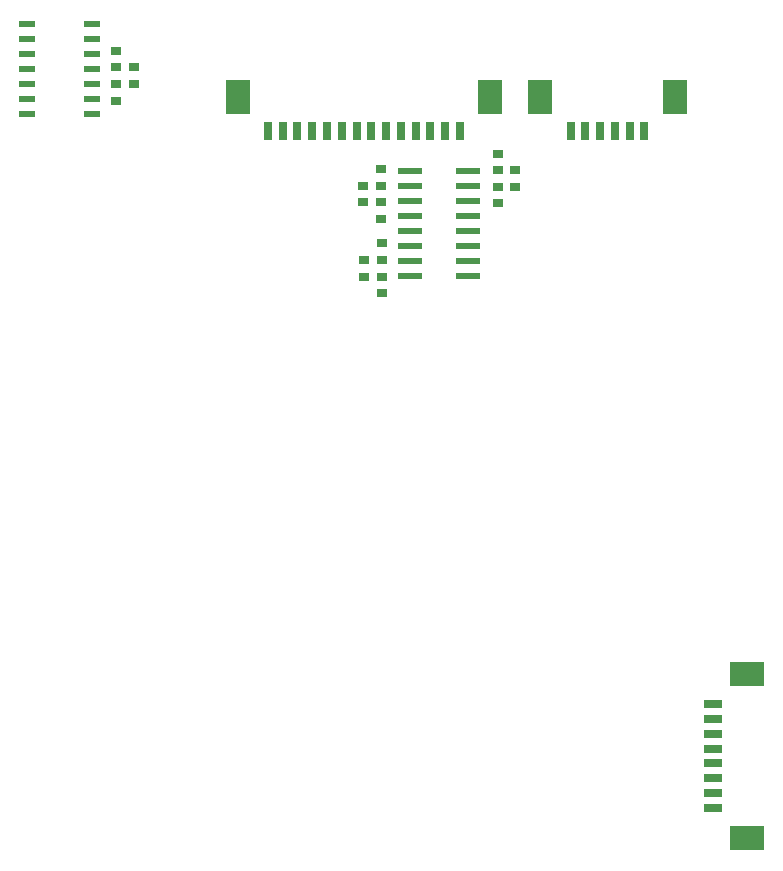
<source format=gbr>
%TF.GenerationSoftware,Altium Limited,Altium Designer,21.8.1 (53)*%
G04 Layer_Color=128*
%FSLAX45Y45*%
%MOMM*%
%TF.SameCoordinates,1CF0B822-2DD9-431B-A6BE-AAED35006C4B*%
%TF.FilePolarity,Positive*%
%TF.FileFunction,Paste,Bot*%
%TF.Part,Single*%
G01*
G75*
%TA.AperFunction,SMDPad,CuDef*%
%ADD12R,0.90000X0.80000*%
%ADD52R,1.46050X0.53340*%
G04:AMPARAMS|DCode=53|XSize=1.98mm|YSize=0.53mm|CornerRadius=0.06625mm|HoleSize=0mm|Usage=FLASHONLY|Rotation=0.000|XOffset=0mm|YOffset=0mm|HoleType=Round|Shape=RoundedRectangle|*
%AMROUNDEDRECTD53*
21,1,1.98000,0.39750,0,0,0.0*
21,1,1.84750,0.53000,0,0,0.0*
1,1,0.13250,0.92375,-0.19875*
1,1,0.13250,-0.92375,-0.19875*
1,1,0.13250,-0.92375,0.19875*
1,1,0.13250,0.92375,0.19875*
%
%ADD53ROUNDEDRECTD53*%
%ADD54R,1.60000X0.80000*%
%ADD55R,3.00000X2.10000*%
%ADD56R,2.10000X3.00000*%
%ADD57R,0.80000X1.60000*%
D12*
X3210000Y8370000D02*
D03*
Y8230000D02*
D03*
Y8090000D02*
D03*
Y7950000D02*
D03*
X3360000Y8230000D02*
D03*
Y8090000D02*
D03*
X6590000Y7360000D02*
D03*
Y7220000D02*
D03*
X6440000Y7500000D02*
D03*
Y7360000D02*
D03*
Y7220000D02*
D03*
Y7080000D02*
D03*
X5310000Y6460000D02*
D03*
Y6600000D02*
D03*
X5460000Y6320000D02*
D03*
Y6460000D02*
D03*
Y6600000D02*
D03*
Y6740000D02*
D03*
X5450000Y7090000D02*
D03*
Y6950000D02*
D03*
X5300000Y7230000D02*
D03*
Y7090000D02*
D03*
X5450000Y7370000D02*
D03*
Y7230000D02*
D03*
D52*
X2457585Y7839000D02*
D03*
Y7966000D02*
D03*
Y8093000D02*
D03*
Y8220000D02*
D03*
Y8347000D02*
D03*
Y8474000D02*
D03*
Y8601000D02*
D03*
X3002415D02*
D03*
Y8474000D02*
D03*
Y8347000D02*
D03*
Y8220000D02*
D03*
Y8093000D02*
D03*
Y7966000D02*
D03*
Y7839000D02*
D03*
D53*
X5696000Y6463000D02*
D03*
Y6590000D02*
D03*
Y6717000D02*
D03*
Y6844000D02*
D03*
Y6971000D02*
D03*
Y7098000D02*
D03*
Y7225000D02*
D03*
Y7352000D02*
D03*
X6189000D02*
D03*
Y7225000D02*
D03*
Y7098000D02*
D03*
Y6971000D02*
D03*
Y6844000D02*
D03*
Y6717000D02*
D03*
Y6590000D02*
D03*
Y6463000D02*
D03*
D54*
X8260000Y2837500D02*
D03*
Y2712500D02*
D03*
Y2587500D02*
D03*
Y2462500D02*
D03*
Y2337500D02*
D03*
Y2212500D02*
D03*
Y2087500D02*
D03*
Y1962500D02*
D03*
D55*
X8550000Y1707500D02*
D03*
Y3092500D02*
D03*
D56*
X4240000Y7980000D02*
D03*
X6375000D02*
D03*
X6802500Y7980000D02*
D03*
X7937500D02*
D03*
D57*
X6120000Y7690000D02*
D03*
X5995000D02*
D03*
X5870000D02*
D03*
X5745000D02*
D03*
X5620000D02*
D03*
X5495000D02*
D03*
X5370000D02*
D03*
X5245000D02*
D03*
X5120000D02*
D03*
X4995000D02*
D03*
X4870000D02*
D03*
X4745000D02*
D03*
X4620000D02*
D03*
X4495000D02*
D03*
X7307500Y7690000D02*
D03*
X7682500D02*
D03*
X7557500D02*
D03*
X7432500D02*
D03*
X7182500D02*
D03*
X7057500D02*
D03*
%TF.MD5,14802409c8dc74aae052c827b47b26e5*%
M02*

</source>
